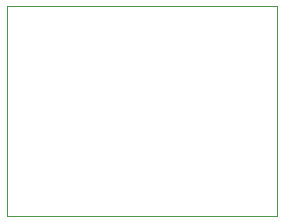
<source format=gbr>
G04 #@! TF.FileFunction,Profile,NP*
%FSLAX46Y46*%
G04 Gerber Fmt 4.6, Leading zero omitted, Abs format (unit mm)*
G04 Created by KiCad (PCBNEW 4.0.2+dfsg1-stable) date ons 25 jan 2017 10:37:56 CET*
%MOMM*%
G01*
G04 APERTURE LIST*
%ADD10C,0.100000*%
G04 APERTURE END LIST*
D10*
X22860000Y17780000D02*
X0Y17780000D01*
X22860000Y0D02*
X22860000Y17780000D01*
X0Y0D02*
X22860000Y0D01*
X0Y17780000D02*
X0Y0D01*
M02*

</source>
